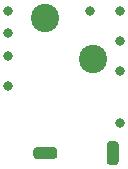
<source format=gbr>
%TF.GenerationSoftware,KiCad,Pcbnew,5.1.10*%
%TF.CreationDate,2022-04-07T11:19:01+02:00*%
%TF.ProjectId,filter01,66696c74-6572-4303-912e-6b696361645f,rev?*%
%TF.SameCoordinates,Original*%
%TF.FileFunction,Copper,L2,Bot*%
%TF.FilePolarity,Positive*%
%FSLAX46Y46*%
G04 Gerber Fmt 4.6, Leading zero omitted, Abs format (unit mm)*
G04 Created by KiCad (PCBNEW 5.1.10) date 2022-04-07 11:19:01*
%MOMM*%
%LPD*%
G01*
G04 APERTURE LIST*
%TA.AperFunction,ComponentPad*%
%ADD10C,2.400000*%
%TD*%
%TA.AperFunction,ViaPad*%
%ADD11C,0.800000*%
%TD*%
G04 APERTURE END LIST*
%TO.P,J6,1*%
%TO.N,GND*%
%TA.AperFunction,SMDPad,CuDef*%
G36*
G01*
X201795000Y-71640000D02*
X201795000Y-73140000D01*
G75*
G02*
X201545000Y-73390000I-250000J0D01*
G01*
X201045000Y-73390000D01*
G75*
G02*
X200795000Y-73140000I0J250000D01*
G01*
X200795000Y-71640000D01*
G75*
G02*
X201045000Y-71390000I250000J0D01*
G01*
X201545000Y-71390000D01*
G75*
G02*
X201795000Y-71640000I0J-250000D01*
G01*
G37*
%TD.AperFunction*%
%TD*%
%TO.P,J1,1*%
%TO.N,GND*%
%TA.AperFunction,SMDPad,CuDef*%
G36*
G01*
X194830000Y-71890000D02*
X196330000Y-71890000D01*
G75*
G02*
X196580000Y-72140000I0J-250000D01*
G01*
X196580000Y-72640000D01*
G75*
G02*
X196330000Y-72890000I-250000J0D01*
G01*
X194830000Y-72890000D01*
G75*
G02*
X194580000Y-72640000I0J250000D01*
G01*
X194580000Y-72140000D01*
G75*
G02*
X194830000Y-71890000I250000J0D01*
G01*
G37*
%TD.AperFunction*%
%TD*%
D10*
%TO.P,J4,1*%
%TO.N,Net-(C1-Pad2)*%
X199580000Y-64460000D03*
%TD*%
%TO.P,J3,1*%
%TO.N,Net-(J3-Pad1)*%
X195580000Y-60960000D03*
%TD*%
D11*
%TO.N,*%
X201930000Y-60325000D03*
X192405000Y-60325000D03*
X192405000Y-62230000D03*
X192405000Y-64135000D03*
X192405000Y-66675000D03*
X201930000Y-62865000D03*
X201930000Y-65405000D03*
X199390000Y-60325000D03*
X201930000Y-69850000D03*
%TD*%
M02*

</source>
